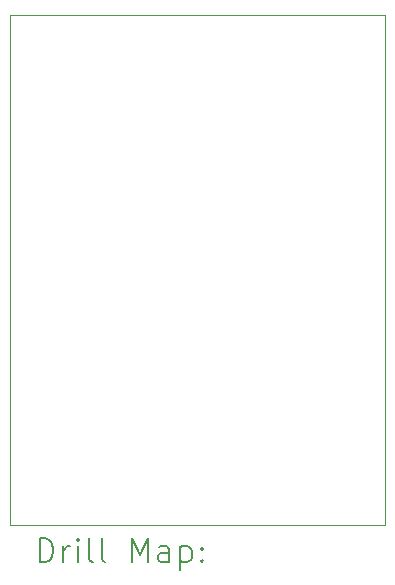
<source format=gbr>
%TF.GenerationSoftware,KiCad,Pcbnew,(6.0.9)*%
%TF.CreationDate,2022-11-21T19:08:51+01:00*%
%TF.ProjectId,PMOD series resistor board,504d4f44-2073-4657-9269-657320726573,V1.0*%
%TF.SameCoordinates,Original*%
%TF.FileFunction,Drillmap*%
%TF.FilePolarity,Positive*%
%FSLAX45Y45*%
G04 Gerber Fmt 4.5, Leading zero omitted, Abs format (unit mm)*
G04 Created by KiCad (PCBNEW (6.0.9)) date 2022-11-21 19:08:51*
%MOMM*%
%LPD*%
G01*
G04 APERTURE LIST*
%ADD10C,0.100000*%
%ADD11C,0.200000*%
G04 APERTURE END LIST*
D10*
X16891000Y-10541000D02*
X16891000Y-14859000D01*
X20066000Y-10541000D02*
X16891000Y-10541000D01*
X20066000Y-14859000D02*
X20066000Y-10541000D01*
X16891000Y-14859000D02*
X20066000Y-14859000D01*
D11*
X17143619Y-15174476D02*
X17143619Y-14974476D01*
X17191238Y-14974476D01*
X17219810Y-14984000D01*
X17238857Y-15003048D01*
X17248381Y-15022095D01*
X17257905Y-15060190D01*
X17257905Y-15088762D01*
X17248381Y-15126857D01*
X17238857Y-15145905D01*
X17219810Y-15164952D01*
X17191238Y-15174476D01*
X17143619Y-15174476D01*
X17343619Y-15174476D02*
X17343619Y-15041143D01*
X17343619Y-15079238D02*
X17353143Y-15060190D01*
X17362667Y-15050667D01*
X17381714Y-15041143D01*
X17400762Y-15041143D01*
X17467429Y-15174476D02*
X17467429Y-15041143D01*
X17467429Y-14974476D02*
X17457905Y-14984000D01*
X17467429Y-14993524D01*
X17476952Y-14984000D01*
X17467429Y-14974476D01*
X17467429Y-14993524D01*
X17591238Y-15174476D02*
X17572190Y-15164952D01*
X17562667Y-15145905D01*
X17562667Y-14974476D01*
X17696000Y-15174476D02*
X17676952Y-15164952D01*
X17667429Y-15145905D01*
X17667429Y-14974476D01*
X17924571Y-15174476D02*
X17924571Y-14974476D01*
X17991238Y-15117333D01*
X18057905Y-14974476D01*
X18057905Y-15174476D01*
X18238857Y-15174476D02*
X18238857Y-15069714D01*
X18229333Y-15050667D01*
X18210286Y-15041143D01*
X18172190Y-15041143D01*
X18153143Y-15050667D01*
X18238857Y-15164952D02*
X18219810Y-15174476D01*
X18172190Y-15174476D01*
X18153143Y-15164952D01*
X18143619Y-15145905D01*
X18143619Y-15126857D01*
X18153143Y-15107809D01*
X18172190Y-15098286D01*
X18219810Y-15098286D01*
X18238857Y-15088762D01*
X18334095Y-15041143D02*
X18334095Y-15241143D01*
X18334095Y-15050667D02*
X18353143Y-15041143D01*
X18391238Y-15041143D01*
X18410286Y-15050667D01*
X18419810Y-15060190D01*
X18429333Y-15079238D01*
X18429333Y-15136381D01*
X18419810Y-15155428D01*
X18410286Y-15164952D01*
X18391238Y-15174476D01*
X18353143Y-15174476D01*
X18334095Y-15164952D01*
X18515048Y-15155428D02*
X18524571Y-15164952D01*
X18515048Y-15174476D01*
X18505524Y-15164952D01*
X18515048Y-15155428D01*
X18515048Y-15174476D01*
X18515048Y-15050667D02*
X18524571Y-15060190D01*
X18515048Y-15069714D01*
X18505524Y-15060190D01*
X18515048Y-15050667D01*
X18515048Y-15069714D01*
M02*

</source>
